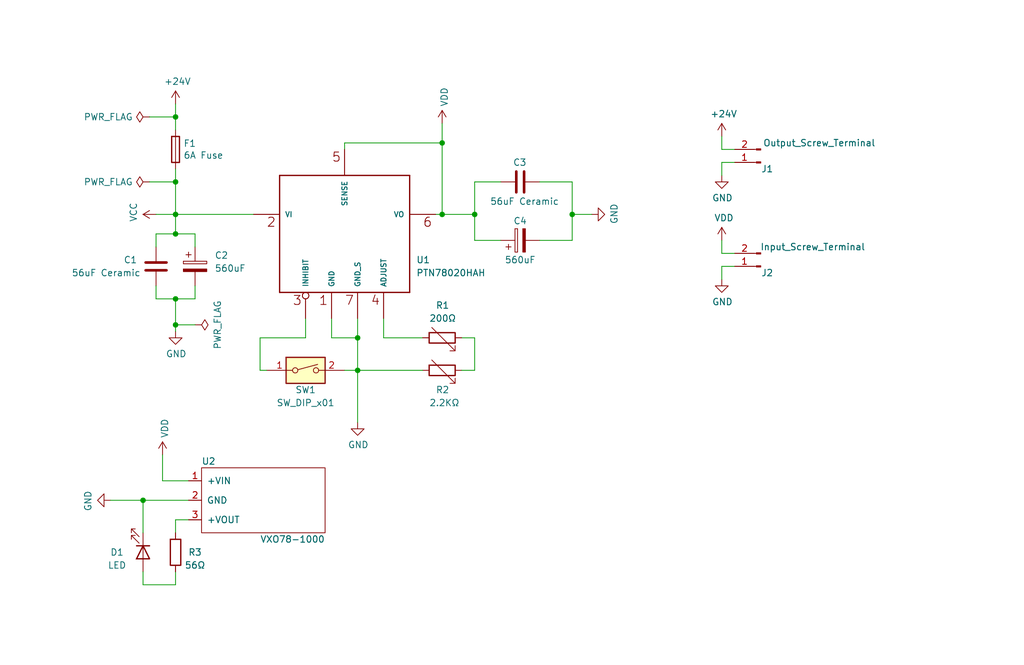
<source format=kicad_sch>
(kicad_sch (version 20211123) (generator eeschema)
  (paper "User" 200 129.997)
  (title_block (title "Stepdown PC") (date "2021-10-17") (rev "2.16") (company "Gianluca De Rossi"))
  (lib_symbols
    (symbol "Connector:Conn_01x02_Male" (pin_names (offset 1.016) hide)
      (property "Reference" "J" (at 0 2.54 0))
      (property "Value" "Conn_01x02_Male" (at 0 -5.08 0))
      (symbol "Conn_01x02_Male_1_1"
        (polyline (pts (xy 1.27 -2.54) (xy 0.8636 -2.54)) (stroke (width 0.1524)))
        (polyline (pts (xy 1.27 0) (xy 0.8636 0)) (stroke (width 0.1524)))
        (rectangle (start 0.8636 -2.413) (end 0 -2.667) (stroke (width 0.1524)) (fill (type outline)))
        (rectangle (start 0.8636 0.127) (end 0 -0.127) (stroke (width 0.1524)) (fill (type outline)))
        (pin passive line (at 5.08 0 180) (length 3.81) (name "Pin_1") (number "1"))
        (pin passive line (at 5.08 -2.54 180) (length 3.81) (name "Pin_2") (number "2"))
      )
    )
    (symbol "Device:C" (pin_numbers hide) (pin_names (offset 0.254))
      (property "Reference" "C" (at 0.635 2.54 0))
      (property "Value" "C" (at 0.635 -2.54 0))
      (symbol "C_0_1"
        (polyline (pts (xy -2.032 -0.762) (xy 2.032 -0.762)) (stroke (width 0.508)))
        (polyline (pts (xy -2.032 0.762) (xy 2.032 0.762)) (stroke (width 0.508)))
      )
      (symbol "C_1_1"
        (pin passive line (at 0 3.81 270) (length 2.794) (name "~") (number "1"))
        (pin passive line (at 0 -3.81 90) (length 2.794) (name "~") (number "2"))
      )
    )
    (symbol "Device:C_Polarized" (pin_numbers hide) (pin_names (offset 0.254))
      (property "Reference" "C" (at 0.635 2.54 0))
      (property "Value" "C_Polarized" (at 0.635 -2.54 0))
      (symbol "C_Polarized_0_1"
        (rectangle (start -2.286 0.508) (end 2.286 1.016))
        (polyline (pts (xy -1.778 2.286) (xy -0.762 2.286)))
        (polyline (pts (xy -1.27 2.794) (xy -1.27 1.778)))
        (rectangle (start 2.286 -0.508) (end -2.286 -1.016) (fill (type outline)))
      )
      (symbol "C_Polarized_1_1"
        (pin passive line (at 0 3.81 270) (length 2.794) (name "~") (number "1"))
        (pin passive line (at 0 -3.81 90) (length 2.794) (name "~") (number "2"))
      )
    )
    (symbol "Device:Fuse" (pin_numbers hide) (pin_names (offset 0))
      (property "Reference" "F" (at 2.032 0 90))
      (property "Value" "Fuse" (at -1.905 0 90))
      (symbol "Fuse_0_1"
        (rectangle (start -0.762 -2.54) (end 0.762 2.54) (stroke (width 0.254)))
        (polyline (pts (xy 0 2.54) (xy 0 -2.54)))
      )
      (symbol "Fuse_1_1"
        (pin passive line (at 0 3.81 270) (length 1.27) (name "~") (number "1"))
        (pin passive line (at 0 -3.81 90) (length 1.27) (name "~") (number "2"))
      )
    )
    (symbol "Device:LED" (pin_numbers hide) (pin_names (offset 1.016) hide)
      (property "Reference" "D" (at 0 2.54 0))
      (property "Value" "LED" (at 0 -2.54 0))
      (symbol "LED_0_1"
        (polyline (pts (xy -1.27 -1.27) (xy -1.27 1.27)) (stroke (width 0.254)))
        (polyline (pts (xy -1.27 0) (xy 1.27 0)))
        (polyline (pts (xy 1.27 -1.27) (xy 1.27 1.27) (xy -1.27 0) (xy 1.27 -1.27)) (stroke (width 0.254)))
        (polyline (pts (xy -3.048 -0.762) (xy -4.572 -2.286) (xy -3.81 -2.286) (xy -4.572 -2.286) (xy -4.572 -1.524)))
        (polyline (pts (xy -1.778 -0.762) (xy -3.302 -2.286) (xy -2.54 -2.286) (xy -3.302 -2.286) (xy -3.302 -1.524)))
      )
      (symbol "LED_1_1"
        (pin passive line (at -3.81 0 0) (length 2.54) (name "K") (number "1"))
        (pin passive line (at 3.81 0 180) (length 2.54) (name "A") (number "2"))
      )
    )
    (symbol "Device:R" (pin_numbers hide) (pin_names (offset 0))
      (property "Reference" "R" (at 2.032 0 90))
      (property "Value" "R" (at 0 0 90))
      (symbol "R_0_1"
        (rectangle (start -1.016 -2.54) (end 1.016 2.54) (stroke (width 0.254)))
      )
      (symbol "R_1_1"
        (pin passive line (at 0 3.81 270) (length 1.27) (name "~") (number "1"))
        (pin passive line (at 0 -3.81 90) (length 1.27) (name "~") (number "2"))
      )
    )
    (symbol "Device:R_Variable" (pin_numbers hide) (pin_names (offset 0))
      (property "Reference" "R" (at 2.54 -2.54 90))
      (property "Value" "R_Variable" (at -2.54 -1.27 90))
      (symbol "R_Variable_0_1"
        (rectangle (start -1.016 -2.54) (end 1.016 2.54) (stroke (width 0.254)))
        (polyline (pts (xy 2.54 1.524) (xy 2.54 2.54) (xy 1.524 2.54) (xy 2.54 2.54) (xy -2.032 -2.032)))
      )
      (symbol "R_Variable_1_1"
        (pin passive line (at 0 3.81 270) (length 1.27) (name "~") (number "1"))
        (pin passive line (at 0 -3.81 90) (length 1.27) (name "~") (number "2"))
      )
    )
    (symbol "PTN78020HAH:PTN78020HAH" (pin_numbers hide) (pin_names (offset 1.016))
      (property "Reference" "U" (at -12.7254 10.1854 0))
      (property "Value" "PTN78020HAH" (at 2.54 10.1854 0))
      (symbol "PTN78020HAH_0_0"
        (polyline (pts (xy -12.7 -15.24) (xy -12.7 7.62)) (stroke (width 0.254)))
        (polyline (pts (xy -12.7 7.62) (xy 12.7 7.62)) (stroke (width 0.254)))
        (polyline (pts (xy 12.7 -15.24) (xy -12.7 -15.24)) (stroke (width 0.254)))
        (polyline (pts (xy 12.7 7.62) (xy 12.7 -15.24)) (stroke (width 0.254)))
        (text "1" (at -5.08 -17.8308 0) (effects (font (size 1.778 1.778)) (justify left bottom)))
        (text "2" (at -15.2654 -2.54 0) (effects (font (size 1.778 1.778)) (justify left bottom)))
        (text "3" (at -10.1854 -17.8308 0) (effects (font (size 1.778 1.778)) (justify left bottom)))
        (text "4" (at 5.08 -17.8054 0) (effects (font (size 1.778 1.778)) (justify left bottom)))
        (text "5" (at -2.54 10.1854 0) (effects (font (size 1.778 1.778)) (justify left bottom)))
        (text "6" (at 15.2654 -2.54 0) (effects (font (size 1.778 1.778)) (justify left bottom)))
        (text "7" (at 0 -17.8054 0) (effects (font (size 1.778 1.778)) (justify left bottom)))
        (pin power_in line (at -2.54 -20.32 90) (length 5.08) (name "GND") (number "1"))
        (pin power_in line (at -17.78 0 0) (length 5.08) (name "VI") (number "2"))
        (pin passive inverted (at -7.62 -20.32 90) (length 5.08) (name "INHIBIT") (number "3"))
        (pin passive line (at 7.62 -20.32 90) (length 5.08) (name "ADJUST") (number "4"))
        (pin passive line (at 0 12.7 270) (length 5.08) (name "SENSE") (number "5"))
        (pin power_out line (at 17.78 0 180) (length 5.08) (name "VO") (number "6"))
        (pin power_in line (at 2.54 -20.32 90) (length 5.08) (name "GND_S") (number "7"))
      )
    )
    (symbol "Switch:SW_DIP_x01" (pin_names (offset 0) hide)
      (property "Reference" "SW" (at 0 3.81 0))
      (property "Value" "SW_DIP_x01" (at 0 -3.81 0))
      (symbol "SW_DIP_x01_0_0"
        (circle (center -2.032 0) (radius 0.508))
        (polyline (pts (xy -1.524 0.127) (xy 2.3622 1.1684)))
        (circle (center 2.032 0) (radius 0.508))
      )
      (symbol "SW_DIP_x01_0_1"
        (rectangle (start -3.81 2.54) (end 3.81 -2.54) (stroke (width 0.254)) (fill (type background)))
      )
      (symbol "SW_DIP_x01_1_1"
        (pin passive line (at -7.62 0 0) (length 5.08) (name "~") (number "1"))
        (pin passive line (at 7.62 0 180) (length 5.08) (name "~") (number "2"))
      )
    )
    (symbol "VXO78-1000:VXO78-1000" (pin_names (offset 1.016))
      (property "Reference" "U" (at -5.08 5.08 0))
      (property "Value" "VXO78-1000" (at 12.7 -10.16 0))
      (symbol "VXO78-1000_0_0"
        (pin power_in line (at -7.62 1.27 0) (length 2.54) (name "+VIN") (number "1"))
        (pin power_in line (at -7.62 -2.54 0) (length 2.54) (name "GND") (number "2"))
        (pin power_out line (at -7.62 -6.35 0) (length 2.54) (name "+VOUT") (number "3"))
      )
      (symbol "VXO78-1000_0_1"
        (rectangle (start -5.08 3.81) (end 19.05 -8.89))
      )
    )
    (symbol "power:+24V" (power) (pin_names (offset 0))
      (property "Value" "+24V" (at 0 3.556 0))
      (symbol "+24V_0_1"
        (polyline (pts (xy -0.762 1.27) (xy 0 2.54)))
        (polyline (pts (xy 0 0) (xy 0 2.54)))
        (polyline (pts (xy 0 2.54) (xy 0.762 1.27)))
      )
      (symbol "+24V_1_1"
        (pin power_in line (at 0 0 90) (length 0) hide (name "+24V") (number "1"))
      )
    )
    (symbol "power:GND" (power) (pin_names (offset 0))
      (property "Value" "GND" (at 0 -3.81 0))
      (symbol "GND_0_1"
        (polyline (pts (xy 0 0) (xy 0 -1.27) (xy 1.27 -1.27) (xy 0 -2.54) (xy -1.27 -1.27) (xy 0 -1.27)))
      )
      (symbol "GND_1_1"
        (pin power_in line (at 0 0 270) (length 0) hide (name "GND") (number "1"))
      )
    )
    (symbol "power:PWR_FLAG" (power) (pin_numbers hide) (pin_names (offset 0) hide)
      (property "Value" "PWR_FLAG" (at 0 3.81 0))
      (symbol "PWR_FLAG_0_0"
        (pin power_out line (at 0 0 90) (length 0) (name "pwr") (number "1"))
      )
      (symbol "PWR_FLAG_0_1"
        (polyline (pts (xy 0 0) (xy 0 1.27) (xy -1.016 1.905) (xy 0 2.54) (xy 1.016 1.905) (xy 0 1.27)))
      )
    )
    (symbol "power:VCC" (power) (pin_names (offset 0))
      (property "Value" "VCC" (at 0 3.81 0))
      (symbol "VCC_0_1"
        (polyline (pts (xy -0.762 1.27) (xy 0 2.54)))
        (polyline (pts (xy 0 0) (xy 0 2.54)))
        (polyline (pts (xy 0 2.54) (xy 0.762 1.27)))
      )
      (symbol "VCC_1_1"
        (pin power_in line (at 0 0 90) (length 0) hide (name "VCC") (number "1"))
      )
    )
    (symbol "power:VDD" (power) (pin_names (offset 0))
      (property "Value" "VDD" (at 0 3.81 0))
      (symbol "VDD_0_1"
        (polyline (pts (xy -0.762 1.27) (xy 0 2.54)))
        (polyline (pts (xy 0 0) (xy 0 2.54)))
        (polyline (pts (xy 0 2.54) (xy 0.762 1.27)))
      )
      (symbol "VDD_1_1"
        (pin power_in line (at 0 0 90) (length 0) hide (name "VDD") (number "1"))
      )
    )
  )
  (junction (at 86.36 41.91))
  (junction (at 86.36 27.94))
  (junction (at 34.29 35.56))
  (junction (at 34.29 45.72))
  (junction (at 34.29 41.91))
  (junction (at 34.29 58.42))
  (junction (at 111.76 41.91))
  (junction (at 92.71 41.91))
  (junction (at 69.85 66.04))
  (junction (at 34.29 63.5))
  (junction (at 27.94 97.79))
  (junction (at 69.85 72.39))
  (junction (at 34.29 22.86))
  (wire (pts (xy 69.85 66.04) (xy 69.85 72.39)))
  (wire (pts (xy 31.75 88.9) (xy 31.75 93.98)))
  (wire (pts (xy 86.36 27.94) (xy 86.36 41.91)))
  (wire (pts (xy 92.71 72.39) (xy 90.17 72.39)))
  (wire (pts (xy 29.21 35.56) (xy 34.29 35.56)))
  (wire (pts (xy 34.29 63.5) (xy 34.29 64.77)))
  (wire (pts (xy 27.94 111.76) (xy 27.94 114.3)))
  (wire (pts (xy 27.94 97.79) (xy 27.94 104.14)))
  (wire (pts (xy 111.76 46.99) (xy 105.41 46.99)))
  (wire (pts (xy 92.71 66.04) (xy 92.71 72.39)))
  (wire (pts (xy 34.29 22.86) (xy 34.29 25.4)))
  (wire (pts (xy 105.41 35.56) (xy 111.76 35.56)))
  (wire (pts (xy 92.71 41.91) (xy 92.71 46.99)))
  (wire (pts (xy 140.97 52.07) (xy 143.51 52.07)))
  (wire (pts (xy 38.1 55.88) (xy 38.1 58.42)))
  (wire (pts (xy 86.36 41.91) (xy 92.71 41.91)))
  (wire (pts (xy 38.1 45.72) (xy 38.1 48.26)))
  (wire (pts (xy 29.21 22.86) (xy 34.29 22.86)))
  (wire (pts (xy 74.93 62.23) (xy 74.93 66.04)))
  (wire (pts (xy 64.77 66.04) (xy 64.77 62.23)))
  (wire (pts (xy 92.71 35.56) (xy 92.71 41.91)))
  (wire (pts (xy 111.76 41.91) (xy 111.76 46.99)))
  (wire (pts (xy 50.8 72.39) (xy 52.07 72.39)))
  (wire (pts (xy 59.69 66.04) (xy 50.8 66.04)))
  (wire (pts (xy 50.8 66.04) (xy 50.8 72.39)))
  (wire (pts (xy 34.29 114.3) (xy 34.29 111.76)))
  (wire (pts (xy 67.31 27.94) (xy 86.36 27.94)))
  (wire (pts (xy 69.85 72.39) (xy 82.55 72.39)))
  (wire (pts (xy 111.76 41.91) (xy 115.57 41.91)))
  (wire (pts (xy 34.29 104.14) (xy 34.29 101.6)))
  (wire (pts (xy 31.75 93.98) (xy 36.83 93.98)))
  (wire (pts (xy 111.76 35.56) (xy 111.76 41.91)))
  (wire (pts (xy 86.36 27.94) (xy 86.36 24.13)))
  (wire (pts (xy 143.51 29.21) (xy 140.97 29.21)))
  (wire (pts (xy 140.97 49.53) (xy 140.97 46.99)))
  (wire (pts (xy 140.97 29.21) (xy 140.97 26.67)))
  (wire (pts (xy 59.69 62.23) (xy 59.69 66.04)))
  (wire (pts (xy 74.93 66.04) (xy 82.55 66.04)))
  (wire (pts (xy 30.48 58.42) (xy 30.48 55.88)))
  (wire (pts (xy 34.29 45.72) (xy 38.1 45.72)))
  (wire (pts (xy 34.29 35.56) (xy 34.29 33.02)))
  (wire (pts (xy 67.31 72.39) (xy 69.85 72.39)))
  (wire (pts (xy 90.17 66.04) (xy 92.71 66.04)))
  (wire (pts (xy 34.29 20.32) (xy 34.29 22.86)))
  (wire (pts (xy 34.29 35.56) (xy 34.29 41.91)))
  (wire (pts (xy 67.31 29.21) (xy 67.31 27.94)))
  (wire (pts (xy 69.85 66.04) (xy 64.77 66.04)))
  (wire (pts (xy 140.97 34.29) (xy 140.97 31.75)))
  (wire (pts (xy 34.29 101.6) (xy 36.83 101.6)))
  (wire (pts (xy 30.48 45.72) (xy 34.29 45.72)))
  (wire (pts (xy 30.48 48.26) (xy 30.48 45.72)))
  (wire (pts (xy 27.94 114.3) (xy 34.29 114.3)))
  (wire (pts (xy 34.29 63.5) (xy 34.29 58.42)))
  (wire (pts (xy 27.94 97.79) (xy 21.59 97.79)))
  (wire (pts (xy 97.79 35.56) (xy 92.71 35.56)))
  (wire (pts (xy 69.85 82.55) (xy 69.85 72.39)))
  (wire (pts (xy 38.1 58.42) (xy 34.29 58.42)))
  (wire (pts (xy 140.97 54.61) (xy 140.97 52.07)))
  (wire (pts (xy 34.29 41.91) (xy 34.29 45.72)))
  (wire (pts (xy 140.97 31.75) (xy 143.51 31.75)))
  (wire (pts (xy 143.51 49.53) (xy 140.97 49.53)))
  (wire (pts (xy 38.1 63.5) (xy 34.29 63.5)))
  (wire (pts (xy 34.29 58.42) (xy 30.48 58.42)))
  (wire (pts (xy 34.29 41.91) (xy 49.53 41.91)))
  (wire (pts (xy 30.48 41.91) (xy 34.29 41.91)))
  (wire (pts (xy 36.83 97.79) (xy 27.94 97.79)))
  (wire (pts (xy 85.09 41.91) (xy 86.36 41.91)))
  (wire (pts (xy 92.71 46.99) (xy 97.79 46.99)))
  (wire (pts (xy 69.85 62.23) (xy 69.85 66.04)))
  (symbol (lib_id "power:VCC") (at 30.48 41.91 90) (unit 1)
    (property "Reference" "#PWR01" (effects hide))
    (property "Value" "VCC" (at 26.0858 41.4782 0))
  )
  (symbol (lib_id "PTN78020HAH:PTN78020HAH") (at 67.31 41.91 0) (unit 1)
    (property "Reference" "U1" (at 81.28 50.8 0) (effects (justify left)))
    (property "Value" "PTN78020HAH" (at 81.28 53.34 0) (effects (justify left)))
    (property "Footprint" "PTN78020HAH:PTN78020HAH" (effects hide))
    (property "Datasheet" "6 A, Wide Input Non-Isolated, Wide Output Adjust Module 7-Through-Hole Module -40 to 85" (effects hide))
    (property "Campo4" "Texas Instruments" (effects hide))
    (property "Campo5" "None" (effects hide))
    (property "Campo6" "PTN78020HAH" (effects hide))
    (property "Campo7" "6 A, Wide Input Non-Isolated, Wide Output Adjust Module 7-Through-Hole Module -40 to 85" (effects hide))
    (property "Campo8" "Unavailable" (effects hide))
  )
  (symbol (lib_id "power:GND") (at 69.85 82.55 0) (unit 1)
    (property "Reference" "#PWR03" (effects hide))
    (property "Value" "GND" (at 69.977 86.9442 0))
  )
  (symbol (lib_id "Device:C") (at 30.48 52.07 0) (unit 1)
    (property "Reference" "C1" (at 24.13 50.8 0) (effects (justify left)))
    (property "Value" "56uF Ceramic" (at 13.97 53.34 0) (effects (justify left)))
    (property "Footprint" "Capacitor_THT:C_Rect_L7.0mm_W3.5mm_P5.00mm" (effects hide))
  )
  (symbol (lib_id "power:GND") (at 34.29 64.77 0) (unit 1)
    (property "Reference" "#PWR02" (effects hide))
    (property "Value" "GND" (at 34.417 69.1642 0))
  )
  (symbol (lib_id "power:GND") (at 115.57 41.91 90) (unit 1)
    (property "Reference" "#PWR05" (effects hide))
    (property "Value" "GND" (at 119.9642 41.783 0))
  )
  (symbol (lib_id "power:VDD") (at 86.36 24.13 0) (unit 1)
    (property "Reference" "#PWR04" (effects hide))
    (property "Value" "VDD" (at 86.7918 20.8788 90) (effects (justify left)))
  )
  (symbol (lib_id "power:GND") (at 140.97 34.29 0) (unit 1)
    (property "Reference" "#PWR07" (effects hide))
    (property "Value" "GND" (at 141.097 38.6842 0))
  )
  (symbol (lib_id "power:GND") (at 140.97 54.61 0) (unit 1)
    (property "Reference" "#PWR09" (effects hide))
    (property "Value" "GND" (at 141.097 59.0042 0))
  )
  (symbol (lib_id "power:VDD") (at 140.97 46.99 0) (unit 1)
    (property "Reference" "#PWR08" (effects hide))
    (property "Value" "VDD" (at 141.4018 42.5958 0))
  )
  (symbol (lib_id "Device:R_Variable") (at 86.36 72.39 270) (unit 1)
    (property "Reference" "R2" (at 85.09 76.2 90) (effects (justify left)))
    (property "Value" "2.2KΩ" (at 83.82 78.74 90) (effects (justify left)))
    (property "Footprint" "Piher_Amphenol_PT10:Potentiometer_Piher_Amphenol_PT-10-V10_Vertical_Hole" (effects hide))
  )
  (symbol (lib_id "Device:C") (at 101.6 35.56 90) (unit 1)
    (property "Reference" "C3" (at 102.87 31.75 90) (effects (justify left)))
    (property "Value" "56uF Ceramic" (at 109.22 39.37 90) (effects (justify left)))
    (property "Footprint" "Capacitor_THT:C_Rect_L7.0mm_W3.5mm_P5.00mm" (effects hide))
  )
  (symbol (lib_id "Connector:Conn_01x02_Male") (at 148.59 52.07 180) (unit 1)
    (property "Reference" "J2" (at 149.86 53.34 0))
    (property "Value" "Input_Screw_Terminal" (at 158.75 48.26 0))
    (property "Footprint" "Connector_Phoenix_MSTB:PhoenixContact_MSTBA_2,5_2-G-5,08_1x02_P5.08mm_Horizontal" (effects hide))
  )
  (symbol (lib_id "Connector:Conn_01x02_Male") (at 148.59 31.75 180) (unit 1)
    (property "Reference" "J1" (at 149.86 33.02 0))
    (property "Value" "Output_Screw_Terminal" (at 160.02 27.94 0))
    (property "Footprint" "Connector_Phoenix_MSTB:PhoenixContact_MSTBA_2,5_2-G-5,08_1x02_P5.08mm_Horizontal" (effects hide))
  )
  (symbol (lib_id "power:PWR_FLAG") (at 38.1 63.5 270) (unit 1)
    (property "Reference" "#FLG0101" (effects hide))
    (property "Value" "PWR_FLAG" (at 42.4942 63.5 0))
  )
  (symbol (lib_id "power:PWR_FLAG") (at 29.21 35.56 90) (unit 1)
    (property "Reference" "#FLG0102" (effects hide))
    (property "Value" "PWR_FLAG" (at 25.9842 35.56 90) (effects (justify left)))
  )
  (symbol (lib_id "Device:Fuse") (at 34.29 29.21 0) (unit 1)
    (property "Reference" "F1" (at 35.814 28.0416 0) (effects (justify left)))
    (property "Value" "6A Fuse" (at 35.814 30.353 0) (effects (justify left)))
    (property "Footprint" "Littlelfuse520series:Fuseholder_Cylinder-5x20mm_Littlelfuse_520_Horizontal_Open" (effects hide))
  )
  (symbol (lib_id "Device:R_Variable") (at 86.36 66.04 270) (unit 1)
    (property "Reference" "R1" (at 85.09 59.69 90) (effects (justify left)))
    (property "Value" "200Ω" (at 83.82 62.23 90) (effects (justify left)))
    (property "Footprint" "Piher_Amphenol_PT10:Potentiometer_Piher_Amphenol_PT-10-V10_Vertical_Hole" (effects hide))
  )
  (symbol (lib_id "power:+24V") (at 34.29 20.32 0) (unit 1)
    (property "Reference" "#PWR0101" (effects hide))
    (property "Value" "+24V" (at 34.671 15.9258 0))
  )
  (symbol (lib_id "power:+24V") (at 140.97 26.67 0) (unit 1)
    (property "Reference" "#PWR0102" (effects hide))
    (property "Value" "+24V" (at 141.351 22.2758 0))
  )
  (symbol (lib_id "VXO78-1000:VXO78-1000") (at 44.45 95.25 0) (unit 1)
    (property "Reference" "U2" (at 39.37 90.17 0) (effects (justify left)))
    (property "Value" "VXO78-1000" (at 50.8 105.41 0) (effects (justify left)))
    (property "Footprint" "VXO78-1000:VXO78-1000" (effects hide))
    (property "Datasheet" "https://www.cui.com/product/resource/vxo78-1000.pdf" (effects hide))
  )
  (symbol (lib_id "power:PWR_FLAG") (at 29.21 22.86 90) (unit 1)
    (property "Reference" "#FLG0103" (effects hide))
    (property "Value" "PWR_FLAG" (at 25.9842 22.86 90) (effects (justify left)))
  )
  (symbol (lib_id "Switch:SW_DIP_x01") (at 59.69 72.39 0) (unit 1)
    (property "Reference" "SW1" (at 59.69 76.2 0))
    (property "Value" "SW_DIP_x01" (at 59.69 78.74 0))
    (property "Footprint" "Button_Switch_THT:SW_DIP_SPSTx01_Slide_9.78x4.72mm_W7.62mm_P2.54mm" (effects hide))
  )
  (symbol (lib_id "power:GND") (at 21.59 97.79 270) (unit 1)
    (property "Reference" "#PWR0104" (effects hide))
    (property "Value" "GND" (at 17.1958 97.917 0))
  )
  (symbol (lib_id "Device:LED") (at 27.94 107.95 270) (unit 1)
    (property "Reference" "D1" (at 22.86 107.95 90))
    (property "Value" "LED" (at 22.86 110.49 90))
    (property "Footprint" "LED_THT:LED_Rectangular_W3.0mm_H2.0mm" (effects hide))
  )
  (symbol (lib_id "Device:R") (at 34.29 107.95 180) (unit 1)
    (property "Reference" "R3" (at 38.1 107.95 0))
    (property "Value" "56Ω" (at 38.1 110.49 0))
    (property "Footprint" "Resistor_THT:R_Axial_DIN0207_L6.3mm_D2.5mm_P10.16mm_Horizontal" (effects hide))
  )
  (symbol (lib_id "power:VDD") (at 31.75 88.9 0) (unit 1)
    (property "Reference" "#PWR0103" (effects hide))
    (property "Value" "VDD" (at 32.1818 85.6488 90) (effects (justify left)))
  )
  (symbol (lib_id "Device:C_Polarized") (at 101.6 46.99 90) (unit 1)
    (property "Reference" "C4" (at 101.6 43.18 90))
    (property "Value" "560uF" (at 101.6 50.8 90))
    (property "Footprint" "Capacitor_THT:CP_Radial_D18.0mm_P7.50mm" (effects hide))
  )
  (symbol (lib_id "Device:C_Polarized") (at 38.1 52.07 0) (unit 1)
    (property "Reference" "C2" (at 41.91 49.9109 0) (effects (justify left)))
    (property "Value" "560uF" (at 41.91 52.4509 0) (effects (justify left)))
    (property "Footprint" "Capacitor_THT:CP_Radial_D18.0mm_P7.50mm" (effects hide))
  )
)
</source>
